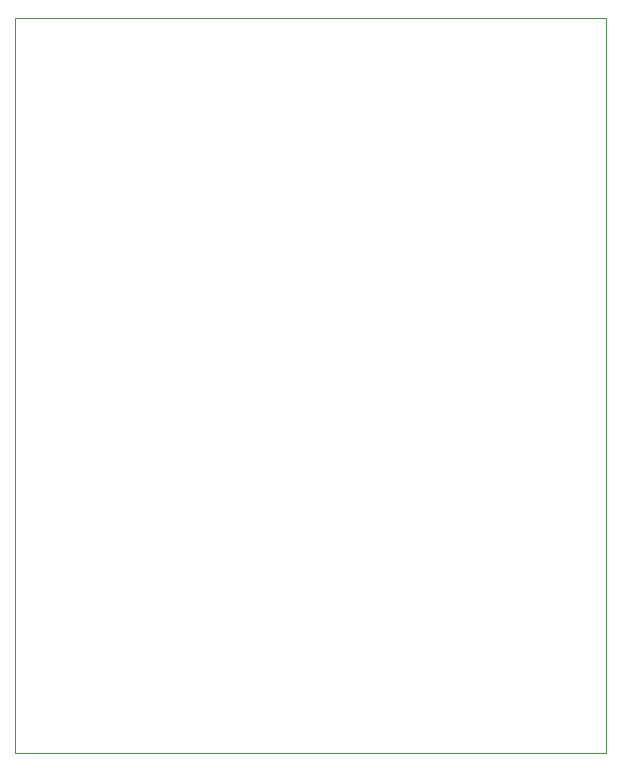
<source format=gbr>
%TF.GenerationSoftware,KiCad,Pcbnew,8.0.6-8.0.6-0~ubuntu22.04.1*%
%TF.CreationDate,2024-11-06T16:41:28-03:00*%
%TF.ProjectId,sensor_filter,73656e73-6f72-45f6-9669-6c7465722e6b,rev?*%
%TF.SameCoordinates,Original*%
%TF.FileFunction,Profile,NP*%
%FSLAX46Y46*%
G04 Gerber Fmt 4.6, Leading zero omitted, Abs format (unit mm)*
G04 Created by KiCad (PCBNEW 8.0.6-8.0.6-0~ubuntu22.04.1) date 2024-11-06 16:41:28*
%MOMM*%
%LPD*%
G01*
G04 APERTURE LIST*
%TA.AperFunction,Profile*%
%ADD10C,0.050000*%
%TD*%
G04 APERTURE END LIST*
D10*
X125250000Y-36250000D02*
X175250000Y-36250000D01*
X175250000Y-98500000D01*
X125250000Y-98500000D01*
X125250000Y-36250000D01*
M02*

</source>
